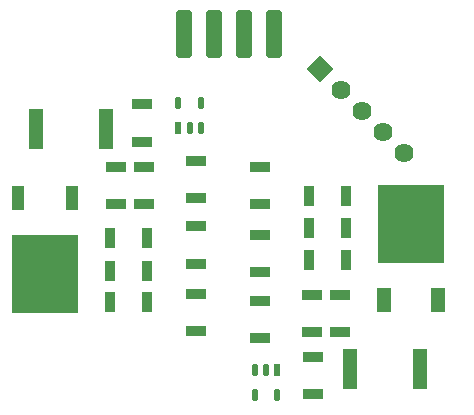
<source format=gts>
%FSLAX33Y33*%
%MOMM*%
%AMRect-W1193800-H3352800-RO1.000*
21,1,1.1938,3.3528,0.,0.,180*%
%AMRect-W891421-H1741421-RO1.500*
21,1,0.891421,1.741421,0.,0.,90*%
%AMRect-W891421-H1741421-RO1.000*
21,1,0.891421,1.741421,0.,0.,180*%
%AMRect-W820710-H1670710-RO1.500*
21,1,0.82071,1.67071,0.,0.,90*%
%AMRect-W1620000-H1620000-RO1.750*
21,1,1.62,1.62,0.,0.,45*%
%AMRect-W820710-H1670710-RO0.500*
21,1,0.82071,1.67071,0.,0.,270*%
%AMRect-W891421-H1741421-RO0.500*
21,1,0.891421,1.741421,0.,0.,270*%
%AMRect-W1038281-H532132-RO0.500*
21,1,1.038281,0.532132,0.,0.,270*%
%AMRR-H532132-W1038281-R266066-RO0.500*
21,1,0.506149,0.532132,0.,0.,270*
1,1,0.532132,0.,0.2530745*
1,1,0.532132,0.,-0.2530745*
1,1,0.532132,-0.,-0.2530745*
1,1,0.532132,-0.,0.2530745*%
%AMRect-W1103201-H2103199-RO1.000*
21,1,1.103201,2.103199,0.,0.,180*%
%AMRect-W5653199-H6603200-RO1.000*
21,1,5.653199,6.6032,0.,0.,180*%
%AMRect-W820710-H1670710-RO1.000*
21,1,0.82071,1.67071,0.,0.,180*%
%AMRR-H1300000-W4000000-R120000-RO0.500*
21,1,3.76,1.3,0.,0.,270*
21,1,4.,1.06,0.,0.,270*
1,1,0.24,0.53,1.88*
1,1,0.24,0.53,-1.88*
1,1,0.24,-0.53,-1.88*
1,1,0.24,-0.53,1.88*%
%AMRect-W1038281-H532132-RO1.500*
21,1,1.038281,0.532132,0.,0.,90*%
%AMRR-H532132-W1038281-R266066-RO1.500*
21,1,0.506149,0.532132,0.,0.,90*
1,1,0.532132,-0.,-0.2530745*
1,1,0.532132,-0.,0.2530745*
1,1,0.532132,0.,0.2530745*
1,1,0.532132,0.,-0.2530745*%
%ADD10Rect-W1193800-H3352800-RO1.000*%
%ADD11R,0.82071X1.67071*%
%ADD12R,1.103201X2.103199*%
%ADD13R,5.653199X6.6032*%
%ADD14Rect-W891421-H1741421-RO1.500*%
%ADD15Rect-W891421-H1741421-RO1.000*%
%ADD16Rect-W820710-H1670710-RO1.500*%
%ADD17C,1.62*%
%ADD18Rect-W1620000-H1620000-RO1.750*%
%ADD19Rect-W820710-H1670710-RO0.500*%
%ADD20Rect-W891421-H1741421-RO0.500*%
%ADD21Rect-W1038281-H532132-RO0.500*%
%ADD22RR-H532132-W1038281-R266066-RO0.500*%
%ADD23Rect-W1103201-H2103199-RO1.000*%
%ADD24Rect-W5653199-H6603200-RO1.000*%
%ADD25R,1.1938X3.3528*%
%ADD26Rect-W820710-H1670710-RO1.000*%
%ADD27RR-H1300000-W4000000-R120000-RO0.500*%
%ADD28R,0.891421X1.741421*%
%ADD29Rect-W1038281-H532132-RO1.500*%
%ADD30RR-H532132-W1038281-R266066-RO1.500*%
D10*
%LNtop solder mask_traces*%
%LNtop solder mask component 0a7e6818b65e6dd9*%
G01*
X-10410Y9946D03*
X-16354Y9946D03*
%LNtop solder mask component 029324719d14e7d5*%
D11*
X6725Y4250D03*
X9875Y4250D03*
%LNtop solder mask component 569398cfd6ecd067*%
D12*
X-13335Y4106D03*
X-17895Y4106D03*
D13*
X-15615Y-2344D03*
%LNtop solder mask component c945c83012794e35*%
D14*
X-2842Y4128D03*
X-2842Y7278D03*
%LNtop solder mask component a6b2d28b852c13d9*%
X-2842Y-7193D03*
X-2842Y-4043D03*
%LNtop solder mask component 340490009263b90c*%
D15*
X-6967Y0682D03*
X-10117Y0682D03*
%LNtop solder mask component 22f6c69524f717e3*%
D16*
X-9575Y3600D03*
X-9575Y6750D03*
%LNtop solder mask component bc75c30b6c7d063b*%
D17*
X9454Y13271D03*
X11250Y11475D03*
X13046Y9679D03*
X14842Y7883D03*
D18*
X7658Y15067D03*
%LNtop solder mask component b886e87fa9d37edc*%
D19*
X9369Y-4068D03*
X9369Y-7218D03*
%LNtop solder mask component c5b2b2479887bfab*%
D20*
X2635Y-4596D03*
X2635Y-7746D03*
%LNtop solder mask component b6b4f001557663a9*%
D19*
X7135Y-9350D03*
X7135Y-12500D03*
%LNtop solder mask component 24bd484f3a95cba4*%
D14*
X-2842Y-1457D03*
X-2842Y1693D03*
%LNtop solder mask component 837c47f0b27a0203*%
D19*
X7035Y-4068D03*
X7035Y-7218D03*
%LNtop solder mask component 09184801b1f854ea*%
D21*
X4085Y-10476D03*
D22*
X3135Y-10476D03*
X2185Y-10476D03*
X2185Y-12609D03*
X4085Y-12609D03*
%LNtop solder mask component 734641277c24eadc*%
D23*
X13129Y-4573D03*
X17689Y-4573D03*
D24*
X15409Y1877D03*
%LNtop solder mask component 2425b04f1e77f18b*%
D16*
X-7342Y8882D03*
X-7342Y12032D03*
%LNtop solder mask component 0fa6ba69303cb1a7*%
D25*
X10204Y-10413D03*
X16148Y-10413D03*
%LNtop solder mask component c7600c8b42ba537d*%
D26*
X-6931Y-2043D03*
X-10081Y-2043D03*
%LNtop solder mask component 740283b4dc41e593*%
D20*
X2635Y0990D03*
X2635Y-2160D03*
%LNtop solder mask component 4c3f625346e047de*%
D27*
X-3860Y18000D03*
X-1320Y18000D03*
X1220Y18000D03*
X3760Y18000D03*
%LNtop solder mask component 98fceb1916874034*%
D16*
X-7242Y3600D03*
X-7242Y6750D03*
%LNtop solder mask component 653adfa57058f3dc*%
D20*
X2635Y6725D03*
X2635Y3575D03*
%LNtop solder mask component e114f8f1ca8e31a3*%
D28*
X6760Y-1150D03*
X9910Y-1150D03*
%LNtop solder mask component 574ec748705bcd73*%
D26*
X-6931Y-4718D03*
X-10081Y-4718D03*
%LNtop solder mask component eb33270756c13b50*%
D29*
X-4292Y10009D03*
D30*
X-3342Y10009D03*
X-2392Y10009D03*
X-2392Y12141D03*
X-4292Y12141D03*
%LNtop solder mask component a01485a67c24aa87*%
D11*
X6725Y1575D03*
X9875Y1575D03*
M02*
</source>
